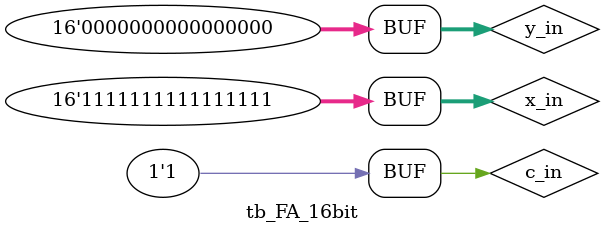
<source format=v>
module tb_FA_16bit;
  reg [15:0] x_in;
  reg [15:0] y_in;
  reg c_in;
  wire [15:0] sum;
  wire c_out;
  
  FA_16bit module_FA_16bit (
    .sum  (sum),
    .x_in (x_in),
    .c_out(c_out),
    .c_in (c_in),
    .y_in (y_in)
);

  
  initial begin
    $monitor("At time %0t: x_in=%h y_in=%h, c_in=%b, sum=%h, carry=%b",$time, x_in,y_in,c_in,sum,c_out);
    x_in = 16'h0000; y_in = 16'h0001; c_in = 0; #1;
    x_in = 16'h000F; y_in = 16'h0001; c_in = 0; #1;
    x_in = 16'hFFFF; y_in = 16'h0000; c_in = 1; #1;
  end
endmodule
</source>
